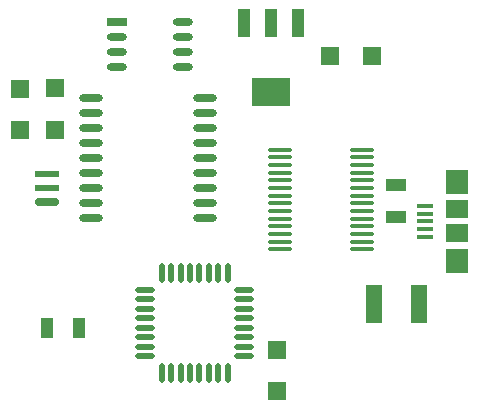
<source format=gtp>
G04*
G04 #@! TF.GenerationSoftware,Altium Limited,Altium Designer,18.1.7 (191)*
G04*
G04 Layer_Color=8421504*
%FSLAX44Y44*%
%MOMM*%
G71*
G01*
G75*
%ADD13R,1.4000X3.3000*%
%ADD14R,1.5000X1.5000*%
%ADD15R,1.1000X1.7000*%
%ADD16O,1.6500X0.5500*%
%ADD17O,0.5500X1.6500*%
%ADD18R,2.0000X0.6000*%
G04:AMPARAMS|DCode=19|XSize=0.6mm|YSize=2mm|CornerRadius=0.15mm|HoleSize=0mm|Usage=FLASHONLY|Rotation=90.000|XOffset=0mm|YOffset=0mm|HoleType=Round|Shape=RoundedRectangle|*
%AMROUNDEDRECTD19*
21,1,0.6000,1.7000,0,0,90.0*
21,1,0.3000,2.0000,0,0,90.0*
1,1,0.3000,0.8500,0.1500*
1,1,0.3000,0.8500,-0.1500*
1,1,0.3000,-0.8500,-0.1500*
1,1,0.3000,-0.8500,0.1500*
%
%ADD19ROUNDEDRECTD19*%
%ADD20O,2.0000X0.7000*%
%ADD21O,2.1000X0.3500*%
%ADD22R,1.7000X1.1000*%
%ADD23R,1.9000X2.1000*%
%ADD24R,1.9000X1.5000*%
%ADD25R,1.3500X0.4000*%
%ADD26R,1.5000X1.5000*%
%ADD27R,1.0000X2.4000*%
%ADD28R,3.3000X2.4000*%
%ADD29O,1.7000X0.6500*%
%ADD30R,1.7000X0.6500*%
D13*
X1567750Y601750D02*
D03*
X1605750D02*
D03*
D14*
X1485250Y527500D02*
D03*
Y562500D02*
D03*
X1268000Y783750D02*
D03*
Y748750D02*
D03*
X1297250Y749000D02*
D03*
Y784000D02*
D03*
D15*
X1317500Y581370D02*
D03*
X1290500D02*
D03*
D16*
X1373690Y613370D02*
D03*
Y605370D02*
D03*
Y597370D02*
D03*
Y589370D02*
D03*
Y581370D02*
D03*
Y573370D02*
D03*
Y565370D02*
D03*
Y557370D02*
D03*
X1457690D02*
D03*
Y565370D02*
D03*
Y573370D02*
D03*
Y581370D02*
D03*
Y589370D02*
D03*
Y597370D02*
D03*
Y605370D02*
D03*
Y613370D02*
D03*
D17*
X1387690Y543370D02*
D03*
X1395690D02*
D03*
X1403690D02*
D03*
X1411690D02*
D03*
X1419690D02*
D03*
X1427690D02*
D03*
X1435690D02*
D03*
X1443690D02*
D03*
Y627370D02*
D03*
X1435690D02*
D03*
X1427690D02*
D03*
X1419690D02*
D03*
X1411690D02*
D03*
X1403690D02*
D03*
X1395690D02*
D03*
X1387690D02*
D03*
D18*
X1290250Y711500D02*
D03*
Y699500D02*
D03*
D19*
Y687500D02*
D03*
D20*
X1424250Y674450D02*
D03*
Y687150D02*
D03*
Y699850D02*
D03*
Y712550D02*
D03*
Y725250D02*
D03*
Y737950D02*
D03*
Y750650D02*
D03*
Y763350D02*
D03*
Y776050D02*
D03*
X1328250Y674450D02*
D03*
Y687150D02*
D03*
Y699850D02*
D03*
Y712550D02*
D03*
Y725250D02*
D03*
Y737950D02*
D03*
Y750650D02*
D03*
Y763350D02*
D03*
Y776050D02*
D03*
D21*
X1488000Y732250D02*
D03*
Y725750D02*
D03*
Y719250D02*
D03*
Y712750D02*
D03*
Y706250D02*
D03*
Y699750D02*
D03*
Y693250D02*
D03*
Y686750D02*
D03*
Y680250D02*
D03*
Y673750D02*
D03*
Y667250D02*
D03*
Y660750D02*
D03*
Y654250D02*
D03*
Y647750D02*
D03*
X1557000Y732250D02*
D03*
Y725750D02*
D03*
Y719250D02*
D03*
Y712750D02*
D03*
Y706250D02*
D03*
Y699750D02*
D03*
Y693250D02*
D03*
Y686750D02*
D03*
Y680250D02*
D03*
Y673750D02*
D03*
Y667250D02*
D03*
Y660750D02*
D03*
Y654250D02*
D03*
Y647750D02*
D03*
D22*
X1585750Y674924D02*
D03*
Y701924D02*
D03*
D23*
X1637500Y638000D02*
D03*
Y705000D02*
D03*
D24*
Y661500D02*
D03*
Y681500D02*
D03*
D25*
X1610500Y671500D02*
D03*
Y678000D02*
D03*
Y665000D02*
D03*
Y684500D02*
D03*
Y658500D02*
D03*
D26*
X1530500Y811250D02*
D03*
X1565500D02*
D03*
D27*
X1503500Y839000D02*
D03*
X1480500D02*
D03*
X1457500D02*
D03*
D28*
X1480500Y781000D02*
D03*
D29*
X1405873Y801950D02*
D03*
Y814650D02*
D03*
Y827350D02*
D03*
Y840050D02*
D03*
X1349874Y801950D02*
D03*
Y814650D02*
D03*
Y827350D02*
D03*
D30*
Y840050D02*
D03*
M02*

</source>
